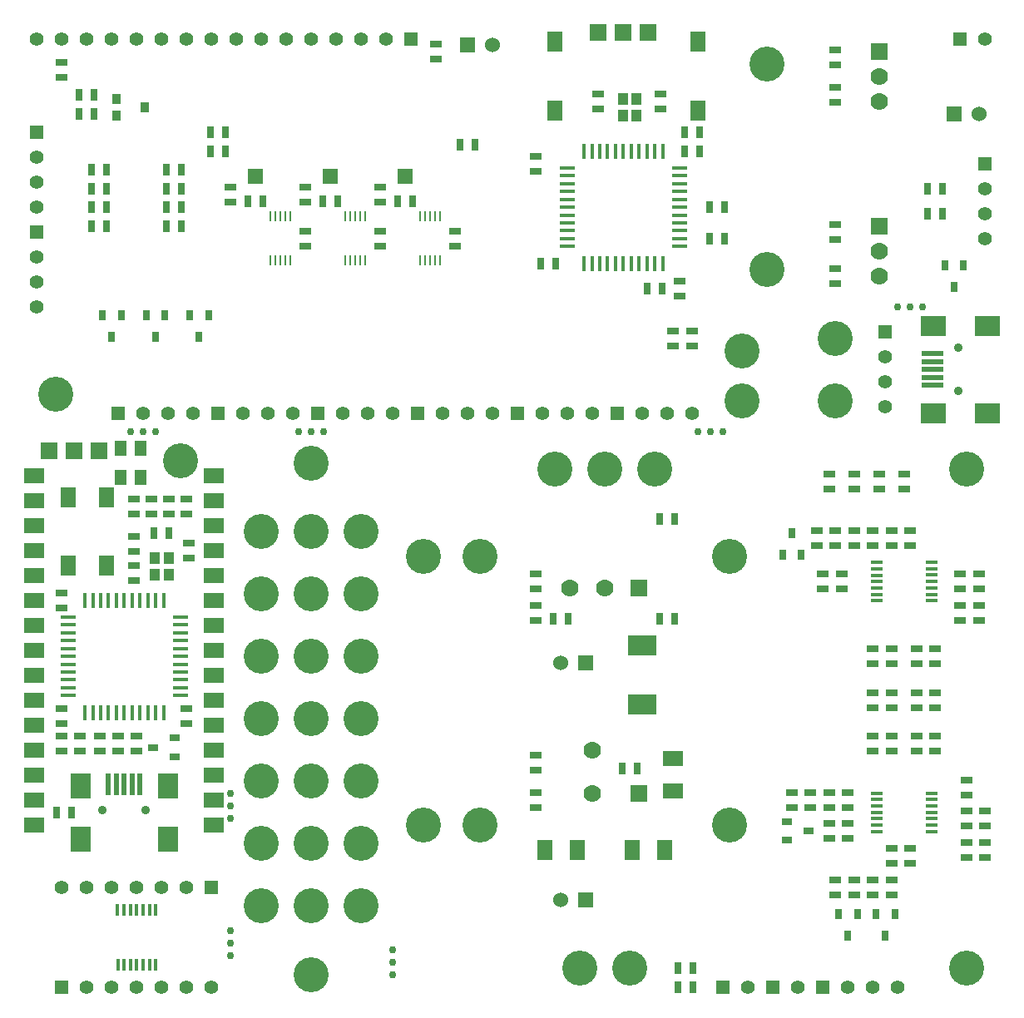
<source format=gts>
G04 (created by PCBNEW (22-Jun-2014 BZR 4027)-stable) date Fri 03 Apr 2015 12:50:18 PM MDT*
%MOIN*%
G04 Gerber Fmt 3.4, Leading zero omitted, Abs format*
%FSLAX34Y34*%
G01*
G70*
G90*
G04 APERTURE LIST*
%ADD10C,0.00590551*%
%ADD11C,0.07*%
%ADD12R,0.07X0.07*%
%ADD13R,0.055X0.055*%
%ADD14C,0.055*%
%ADD15R,0.0106X0.0394*%
%ADD16R,0.1181X0.0787*%
%ADD17C,0.14*%
%ADD18R,0.0590551X0.0590551*%
%ADD19R,0.025X0.045*%
%ADD20C,0.03*%
%ADD21R,0.045X0.025*%
%ADD22R,0.0906X0.0197*%
%ADD23R,0.0984X0.0787*%
%ADD24C,0.0354*%
%ADD25R,0.016X0.06*%
%ADD26R,0.06X0.016*%
%ADD27R,0.0590551X0.0787402*%
%ADD28R,0.0433071X0.0472441*%
%ADD29R,0.0354331X0.0393701*%
%ADD30R,0.0315X0.0394*%
%ADD31R,0.0512X0.0118*%
%ADD32R,0.06X0.08*%
%ADD33R,0.0394X0.0315*%
%ADD34R,0.06X0.06*%
%ADD35C,0.06*%
%ADD36R,0.08X0.06*%
%ADD37R,0.0197X0.0906*%
%ADD38R,0.0787X0.0984*%
%ADD39R,0.0472441X0.0590551*%
%ADD40R,0.0118X0.0512*%
G04 APERTURE END LIST*
G54D10*
G54D11*
X80750Y-47750D03*
X80750Y-46000D03*
G54D12*
X82627Y-47750D03*
G54D13*
X88000Y-55500D03*
G54D14*
X89000Y-55500D03*
G54D13*
X86000Y-55500D03*
G54D14*
X87000Y-55500D03*
G54D13*
X90000Y-55500D03*
G54D14*
X91000Y-55500D03*
X92000Y-55500D03*
X93000Y-55500D03*
G54D15*
X74650Y-24625D03*
X74450Y-24625D03*
X74250Y-24625D03*
X74050Y-24625D03*
X73850Y-24625D03*
X73850Y-26375D03*
X74050Y-26375D03*
X74250Y-26375D03*
X74450Y-26375D03*
X74650Y-26375D03*
X71650Y-24625D03*
X71450Y-24625D03*
X71250Y-24625D03*
X71050Y-24625D03*
X70850Y-24625D03*
X70850Y-26375D03*
X71050Y-26375D03*
X71250Y-26375D03*
X71450Y-26375D03*
X71650Y-26375D03*
X68650Y-24625D03*
X68450Y-24625D03*
X68250Y-24625D03*
X68050Y-24625D03*
X67850Y-24625D03*
X67850Y-26375D03*
X68050Y-26375D03*
X68250Y-26375D03*
X68450Y-26375D03*
X68650Y-26375D03*
G54D11*
X79872Y-39500D03*
X81250Y-39500D03*
G54D12*
X82627Y-39500D03*
G54D16*
X82750Y-41819D03*
X82750Y-44181D03*
G54D17*
X80250Y-54750D03*
X82250Y-54750D03*
X79250Y-34750D03*
X81250Y-34750D03*
X83250Y-34750D03*
G54D13*
X58500Y-21250D03*
G54D14*
X58500Y-22250D03*
X58500Y-23250D03*
X58500Y-24250D03*
G54D13*
X58500Y-25250D03*
G54D14*
X58500Y-26250D03*
X58500Y-27250D03*
X58500Y-28250D03*
G54D17*
X86750Y-32000D03*
X86750Y-30000D03*
X67500Y-52250D03*
X69500Y-52250D03*
X71500Y-52250D03*
X67500Y-49750D03*
X69500Y-49750D03*
X71500Y-49750D03*
X67500Y-47250D03*
X69500Y-47250D03*
X71500Y-47250D03*
X67500Y-44750D03*
X69500Y-44750D03*
X71500Y-44750D03*
X67500Y-42250D03*
X69500Y-42250D03*
X71500Y-42250D03*
X67500Y-37250D03*
X69500Y-37250D03*
X71500Y-37250D03*
X67500Y-39750D03*
X69500Y-39750D03*
X71500Y-39750D03*
G54D13*
X61750Y-32500D03*
G54D14*
X62750Y-32500D03*
X63750Y-32500D03*
X64750Y-32500D03*
G54D13*
X65750Y-32500D03*
G54D14*
X66750Y-32500D03*
X67750Y-32500D03*
X68750Y-32500D03*
G54D13*
X69750Y-32500D03*
G54D14*
X70750Y-32500D03*
X71750Y-32500D03*
X72750Y-32500D03*
G54D13*
X73750Y-32500D03*
G54D14*
X74750Y-32500D03*
X75750Y-32500D03*
X76750Y-32500D03*
G54D13*
X77750Y-32500D03*
G54D14*
X78750Y-32500D03*
X79750Y-32500D03*
X80750Y-32500D03*
G54D13*
X81750Y-32500D03*
G54D14*
X82750Y-32500D03*
X83750Y-32500D03*
X84750Y-32500D03*
G54D18*
X67250Y-23000D03*
G54D19*
X66950Y-24000D03*
X67550Y-24000D03*
X66050Y-21250D03*
X65450Y-21250D03*
X66050Y-22000D03*
X65450Y-22000D03*
G54D13*
X95500Y-17500D03*
G54D14*
X96500Y-17500D03*
G54D20*
X85000Y-33250D03*
X85500Y-33250D03*
X86000Y-33250D03*
X72750Y-55000D03*
X72750Y-54500D03*
X72750Y-54000D03*
X69000Y-33250D03*
X69500Y-33250D03*
X70000Y-33250D03*
G54D17*
X95750Y-34750D03*
G54D11*
X92250Y-20000D03*
X92250Y-19000D03*
G54D12*
X92250Y-18000D03*
G54D11*
X92250Y-27000D03*
X92250Y-26000D03*
G54D12*
X92250Y-25000D03*
G54D21*
X90500Y-17950D03*
X90500Y-18550D03*
X90500Y-27300D03*
X90500Y-26700D03*
X90500Y-24950D03*
X90500Y-25550D03*
X90500Y-20050D03*
X90500Y-19450D03*
X69250Y-25800D03*
X69250Y-25200D03*
G54D17*
X69500Y-34500D03*
X69500Y-55000D03*
G54D22*
X94392Y-31380D03*
X94392Y-31065D03*
X94392Y-30750D03*
X94392Y-30435D03*
X94392Y-30120D03*
G54D23*
X94431Y-32502D03*
X96596Y-32502D03*
X94431Y-28998D03*
X96596Y-28998D03*
G54D24*
X95415Y-31616D03*
X95415Y-29884D03*
G54D25*
X82000Y-26500D03*
X82315Y-26500D03*
X82630Y-26500D03*
X82945Y-26500D03*
X83260Y-26500D03*
X83575Y-26500D03*
X81685Y-26500D03*
X81370Y-26500D03*
X81055Y-26500D03*
X80740Y-26500D03*
X80425Y-26500D03*
X82000Y-22000D03*
X82315Y-22000D03*
X82630Y-22000D03*
X82945Y-22000D03*
X83260Y-22000D03*
X83575Y-22000D03*
X81685Y-22000D03*
X81370Y-22000D03*
X81055Y-22000D03*
X80740Y-22000D03*
X80425Y-22000D03*
G54D26*
X84250Y-24250D03*
X79750Y-24250D03*
X84250Y-23935D03*
X79750Y-23935D03*
X79750Y-23620D03*
X84250Y-23620D03*
X84250Y-23305D03*
X79750Y-23305D03*
X79750Y-22990D03*
X84250Y-22990D03*
X84250Y-22675D03*
X79750Y-22675D03*
X79750Y-24565D03*
X84250Y-24565D03*
X84250Y-24880D03*
X79750Y-24880D03*
X79750Y-25195D03*
X84250Y-25195D03*
X84250Y-25510D03*
X79750Y-25510D03*
X79750Y-25825D03*
X84250Y-25825D03*
G54D27*
X85000Y-17622D03*
X85000Y-20377D03*
G54D19*
X94800Y-24500D03*
X94200Y-24500D03*
X83550Y-27500D03*
X82950Y-27500D03*
X86050Y-25500D03*
X85450Y-25500D03*
X85050Y-22000D03*
X84450Y-22000D03*
G54D21*
X72250Y-25800D03*
X72250Y-25200D03*
G54D19*
X78700Y-26500D03*
X79300Y-26500D03*
G54D21*
X78500Y-22200D03*
X78500Y-22800D03*
G54D19*
X84450Y-21250D03*
X85050Y-21250D03*
G54D21*
X83500Y-19700D03*
X83500Y-20300D03*
X81000Y-19700D03*
X81000Y-20300D03*
G54D19*
X94800Y-23500D03*
X94200Y-23500D03*
X86050Y-24250D03*
X85450Y-24250D03*
X69950Y-24000D03*
X70550Y-24000D03*
G54D21*
X75250Y-25800D03*
X75250Y-25200D03*
G54D19*
X72950Y-24000D03*
X73550Y-24000D03*
G54D21*
X84250Y-27800D03*
X84250Y-27200D03*
X59500Y-18450D03*
X59500Y-19050D03*
G54D13*
X73500Y-17500D03*
G54D14*
X72500Y-17500D03*
X71500Y-17500D03*
X70500Y-17500D03*
X69500Y-17500D03*
X68500Y-17500D03*
X67500Y-17500D03*
X66500Y-17500D03*
X65500Y-17500D03*
X64500Y-17500D03*
X63500Y-17500D03*
X62500Y-17500D03*
X61500Y-17500D03*
X60500Y-17500D03*
X59500Y-17500D03*
X58500Y-17500D03*
G54D18*
X70250Y-23000D03*
X73250Y-23000D03*
G54D28*
X81974Y-20584D03*
X81974Y-19915D03*
X82525Y-19915D03*
X82525Y-20584D03*
G54D17*
X87750Y-26750D03*
G54D29*
X61679Y-20584D03*
X61679Y-19915D03*
X62820Y-20250D03*
G54D17*
X59250Y-31750D03*
X87750Y-18500D03*
G54D27*
X79250Y-20377D03*
X79250Y-17622D03*
G54D19*
X76050Y-21750D03*
X75450Y-21750D03*
G54D30*
X61500Y-29433D03*
X61125Y-28567D03*
X61875Y-28567D03*
X63250Y-29433D03*
X62875Y-28567D03*
X63625Y-28567D03*
X65000Y-29433D03*
X64625Y-28567D03*
X65375Y-28567D03*
G54D19*
X60700Y-22750D03*
X61300Y-22750D03*
X60700Y-23500D03*
X61300Y-23500D03*
X60700Y-24250D03*
X61300Y-24250D03*
X60700Y-25000D03*
X61300Y-25000D03*
G54D13*
X96500Y-22500D03*
G54D14*
X96500Y-23500D03*
X96500Y-24500D03*
X96500Y-25500D03*
G54D13*
X92500Y-29250D03*
G54D14*
X92500Y-30250D03*
X92500Y-31250D03*
X92500Y-32250D03*
G54D17*
X90500Y-29500D03*
X90500Y-32000D03*
G54D20*
X93000Y-28250D03*
X93500Y-28250D03*
X94000Y-28250D03*
G54D30*
X95250Y-27433D03*
X94875Y-26567D03*
X95625Y-26567D03*
G54D21*
X66250Y-23450D03*
X66250Y-24050D03*
X69250Y-23450D03*
X69250Y-24050D03*
X72250Y-23450D03*
X72250Y-24050D03*
X74500Y-17700D03*
X74500Y-18300D03*
G54D19*
X63700Y-23500D03*
X64300Y-23500D03*
X63700Y-22750D03*
X64300Y-22750D03*
X63700Y-25000D03*
X64300Y-25000D03*
X63700Y-24250D03*
X64300Y-24250D03*
G54D30*
X91000Y-53433D03*
X90625Y-52567D03*
X91375Y-52567D03*
X92500Y-53433D03*
X92125Y-52567D03*
X92875Y-52567D03*
G54D21*
X90250Y-48300D03*
X90250Y-47700D03*
X91000Y-47700D03*
X91000Y-48300D03*
X92000Y-44300D03*
X92000Y-43700D03*
X92750Y-43700D03*
X92750Y-44300D03*
X91000Y-48950D03*
X91000Y-49550D03*
X95750Y-49050D03*
X95750Y-48450D03*
G54D19*
X82550Y-46750D03*
X81950Y-46750D03*
G54D21*
X90250Y-49550D03*
X90250Y-48950D03*
X93750Y-44300D03*
X93750Y-43700D03*
X94500Y-43700D03*
X94500Y-44300D03*
X95750Y-47800D03*
X95750Y-47200D03*
X92000Y-46050D03*
X92000Y-45450D03*
X91250Y-51800D03*
X91250Y-51200D03*
X96500Y-50300D03*
X96500Y-49700D03*
X92750Y-45450D03*
X92750Y-46050D03*
X88750Y-47700D03*
X88750Y-48300D03*
X93500Y-37200D03*
X93500Y-37800D03*
X93250Y-34950D03*
X93250Y-35550D03*
X91250Y-34950D03*
X91250Y-35550D03*
X92250Y-34950D03*
X92250Y-35550D03*
X90250Y-34950D03*
X90250Y-35550D03*
X96250Y-38950D03*
X96250Y-39550D03*
X89500Y-47700D03*
X89500Y-48300D03*
X92750Y-37200D03*
X92750Y-37800D03*
G54D17*
X95750Y-54750D03*
G54D31*
X92150Y-38490D03*
X92150Y-38740D03*
X92150Y-39000D03*
X92150Y-39250D03*
X92150Y-39510D03*
X92150Y-39765D03*
X92150Y-40020D03*
X94350Y-40020D03*
X94350Y-39765D03*
X94350Y-39510D03*
X94350Y-39250D03*
X94350Y-38995D03*
X94350Y-38740D03*
X94350Y-38485D03*
G54D21*
X93500Y-50550D03*
X93500Y-49950D03*
X92750Y-50550D03*
X92750Y-49950D03*
X94500Y-46050D03*
X94500Y-45450D03*
X78500Y-38950D03*
X78500Y-39550D03*
G54D32*
X82350Y-50000D03*
X83650Y-50000D03*
X78850Y-50000D03*
X80150Y-50000D03*
G54D17*
X76250Y-49000D03*
X86250Y-49000D03*
X76250Y-38250D03*
X86250Y-38250D03*
X74000Y-38250D03*
X74000Y-49000D03*
G54D19*
X83450Y-36750D03*
X84050Y-36750D03*
G54D21*
X78500Y-46200D03*
X78500Y-46800D03*
G54D19*
X84050Y-40750D03*
X83450Y-40750D03*
G54D31*
X92150Y-47740D03*
X92150Y-47990D03*
X92150Y-48250D03*
X92150Y-48500D03*
X92150Y-48760D03*
X92150Y-49015D03*
X92150Y-49270D03*
X94350Y-49270D03*
X94350Y-49015D03*
X94350Y-48760D03*
X94350Y-48500D03*
X94350Y-48245D03*
X94350Y-47990D03*
X94350Y-47735D03*
G54D21*
X95500Y-39550D03*
X95500Y-38950D03*
X96500Y-48450D03*
X96500Y-49050D03*
X78500Y-47700D03*
X78500Y-48300D03*
X92000Y-51800D03*
X92000Y-51200D03*
G54D33*
X89433Y-49250D03*
X88567Y-49625D03*
X88567Y-48875D03*
G54D21*
X93750Y-46050D03*
X93750Y-45450D03*
X95750Y-50300D03*
X95750Y-49700D03*
G54D34*
X75750Y-17750D03*
G54D35*
X76750Y-17750D03*
G54D34*
X95250Y-20500D03*
G54D35*
X96250Y-20500D03*
G54D34*
X80500Y-42500D03*
G54D35*
X79500Y-42500D03*
G54D21*
X90750Y-39550D03*
X90750Y-38950D03*
X90000Y-39550D03*
X90000Y-38950D03*
X78500Y-40200D03*
X78500Y-40800D03*
G54D12*
X83000Y-17250D03*
X82000Y-17250D03*
X81000Y-17250D03*
G54D19*
X84200Y-54750D03*
X84800Y-54750D03*
G54D21*
X94500Y-41950D03*
X94500Y-42550D03*
X93750Y-41950D03*
X93750Y-42550D03*
X92000Y-42550D03*
X92000Y-41950D03*
X92750Y-42550D03*
X92750Y-41950D03*
X84000Y-29200D03*
X84000Y-29800D03*
X84750Y-29200D03*
X84750Y-29800D03*
G54D19*
X60200Y-19750D03*
X60800Y-19750D03*
X60800Y-20500D03*
X60200Y-20500D03*
X84800Y-55500D03*
X84200Y-55500D03*
G54D21*
X90500Y-51800D03*
X90500Y-51200D03*
G54D34*
X80500Y-52000D03*
G54D35*
X79500Y-52000D03*
G54D21*
X96250Y-40800D03*
X96250Y-40200D03*
X95500Y-40800D03*
X95500Y-40200D03*
X92750Y-51200D03*
X92750Y-51800D03*
G54D30*
X88750Y-37317D03*
X89125Y-38183D03*
X88375Y-38183D03*
G54D36*
X84000Y-47650D03*
X84000Y-46350D03*
G54D19*
X79200Y-40750D03*
X79800Y-40750D03*
G54D21*
X92000Y-37800D03*
X92000Y-37200D03*
X91250Y-37200D03*
X91250Y-37800D03*
X90500Y-37200D03*
X90500Y-37800D03*
X89750Y-37200D03*
X89750Y-37800D03*
G54D12*
X61000Y-34000D03*
X60000Y-34000D03*
X59000Y-34000D03*
G54D36*
X65600Y-45000D03*
X65600Y-46000D03*
X65600Y-47000D03*
X65600Y-48000D03*
X65600Y-49000D03*
X65600Y-40000D03*
X65600Y-41000D03*
X65600Y-42000D03*
X65600Y-43000D03*
X65600Y-44000D03*
X65600Y-35000D03*
X65600Y-36000D03*
X65600Y-37000D03*
X65600Y-38000D03*
X65600Y-39000D03*
X58400Y-39000D03*
X58400Y-38000D03*
X58400Y-37000D03*
X58400Y-36000D03*
X58400Y-35000D03*
X58400Y-44000D03*
X58400Y-43000D03*
X58400Y-42000D03*
X58400Y-41000D03*
X58400Y-40000D03*
X58400Y-49000D03*
X58400Y-48000D03*
X58400Y-47000D03*
X58400Y-46000D03*
X58400Y-45000D03*
G54D37*
X61370Y-47392D03*
X61685Y-47392D03*
X62000Y-47392D03*
X62315Y-47392D03*
X62630Y-47392D03*
G54D38*
X60248Y-47431D03*
X60248Y-49596D03*
X63752Y-47431D03*
X63752Y-49596D03*
G54D24*
X61134Y-48415D03*
X62866Y-48415D03*
G54D26*
X59750Y-42250D03*
X59750Y-42565D03*
X59750Y-42880D03*
X59750Y-43195D03*
X59750Y-43510D03*
X59750Y-43825D03*
X59750Y-41935D03*
X59750Y-41620D03*
X59750Y-41305D03*
X59750Y-40990D03*
X59750Y-40675D03*
X64250Y-42250D03*
X64250Y-42565D03*
X64250Y-42880D03*
X64250Y-43195D03*
X64250Y-43510D03*
X64250Y-43825D03*
X64250Y-41935D03*
X64250Y-41620D03*
X64250Y-41305D03*
X64250Y-40990D03*
X64250Y-40675D03*
G54D25*
X62000Y-44500D03*
X62000Y-40000D03*
X62315Y-44500D03*
X62315Y-40000D03*
X62630Y-40000D03*
X62630Y-44500D03*
X62945Y-44500D03*
X62945Y-40000D03*
X63260Y-40000D03*
X63260Y-44500D03*
X63575Y-44500D03*
X63575Y-40000D03*
X61685Y-40000D03*
X61685Y-44500D03*
X61370Y-44500D03*
X61370Y-40000D03*
X61055Y-40000D03*
X61055Y-44500D03*
X60740Y-44500D03*
X60740Y-40000D03*
X60425Y-40000D03*
X60425Y-44500D03*
G54D21*
X62400Y-35950D03*
X62400Y-36550D03*
X64500Y-35950D03*
X64500Y-36550D03*
X62400Y-37450D03*
X62400Y-38050D03*
X61750Y-46050D03*
X61750Y-45450D03*
X61025Y-46050D03*
X61025Y-45450D03*
X62500Y-46050D03*
X62500Y-45450D03*
X59500Y-45450D03*
X59500Y-46050D03*
X60225Y-46050D03*
X60225Y-45450D03*
X63800Y-35950D03*
X63800Y-36550D03*
X63100Y-35950D03*
X63100Y-36550D03*
G54D19*
X63800Y-37300D03*
X63200Y-37300D03*
G54D21*
X64600Y-37700D03*
X64600Y-38300D03*
G54D28*
X63224Y-38984D03*
X63224Y-38315D03*
X63775Y-38315D03*
X63775Y-38984D03*
G54D21*
X64500Y-44950D03*
X64500Y-44350D03*
X59500Y-39700D03*
X59500Y-40300D03*
X62400Y-38600D03*
X62400Y-39200D03*
X59500Y-44950D03*
X59500Y-44350D03*
G54D39*
X61856Y-35090D03*
X62643Y-35090D03*
X62643Y-33909D03*
X61856Y-33909D03*
G54D33*
X63167Y-45900D03*
X64033Y-45525D03*
X64033Y-46275D03*
G54D27*
X59750Y-38627D03*
X59750Y-35872D03*
X61300Y-35872D03*
X61300Y-38627D03*
G54D19*
X59900Y-48500D03*
X59300Y-48500D03*
G54D17*
X64250Y-34400D03*
G54D40*
X61740Y-54600D03*
X61990Y-54600D03*
X62250Y-54600D03*
X62500Y-54600D03*
X62760Y-54600D03*
X63015Y-54600D03*
X63270Y-54600D03*
X63270Y-52400D03*
X63015Y-52400D03*
X62760Y-52400D03*
X62500Y-52400D03*
X62245Y-52400D03*
X61990Y-52400D03*
X61735Y-52400D03*
G54D13*
X59500Y-55500D03*
G54D14*
X60500Y-55500D03*
X61500Y-55500D03*
X62500Y-55500D03*
X63500Y-55500D03*
X64500Y-55500D03*
X65500Y-55500D03*
G54D13*
X65500Y-51500D03*
G54D14*
X64500Y-51500D03*
X63500Y-51500D03*
X62500Y-51500D03*
X61500Y-51500D03*
X60500Y-51500D03*
X59500Y-51500D03*
G54D20*
X66250Y-54250D03*
X66250Y-53750D03*
X66250Y-53250D03*
X62250Y-33250D03*
X62750Y-33250D03*
X63250Y-33250D03*
X66250Y-48750D03*
X66250Y-48250D03*
X66250Y-47750D03*
M02*

</source>
